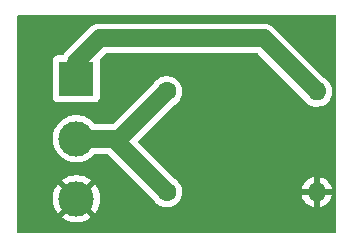
<source format=gbr>
%TF.GenerationSoftware,KiCad,Pcbnew,9.0.1*%
%TF.CreationDate,2025-05-02T23:13:34-05:00*%
%TF.ProjectId,Divisor pcb,44697669-736f-4722-9070-63622e6b6963,rev?*%
%TF.SameCoordinates,Original*%
%TF.FileFunction,Copper,L2,Bot*%
%TF.FilePolarity,Positive*%
%FSLAX46Y46*%
G04 Gerber Fmt 4.6, Leading zero omitted, Abs format (unit mm)*
G04 Created by KiCad (PCBNEW 9.0.1) date 2025-05-02 23:13:34*
%MOMM*%
%LPD*%
G01*
G04 APERTURE LIST*
%TA.AperFunction,ComponentPad*%
%ADD10R,3.000000X3.000000*%
%TD*%
%TA.AperFunction,ComponentPad*%
%ADD11C,3.000000*%
%TD*%
%TA.AperFunction,ComponentPad*%
%ADD12C,1.600000*%
%TD*%
%TA.AperFunction,ComponentPad*%
%ADD13O,1.600000X1.600000*%
%TD*%
%TA.AperFunction,Conductor*%
%ADD14C,1.500000*%
%TD*%
G04 APERTURE END LIST*
D10*
%TO.P,J1,1,Pin_1*%
%TO.N,5V*%
X134000000Y-86420000D03*
D11*
%TO.P,J1,2,Pin_2*%
%TO.N,Net-(J1-Pin_2)*%
X134000000Y-91500000D03*
%TO.P,J1,3,Pin_3*%
%TO.N,Earth*%
X134000000Y-96580000D03*
%TD*%
D12*
%TO.P,R2,1*%
%TO.N,Net-(J1-Pin_2)*%
X141650000Y-96000000D03*
D13*
%TO.P,R2,2*%
%TO.N,Earth*%
X154350000Y-96000000D03*
%TD*%
D12*
%TO.P,R1,1*%
%TO.N,Net-(J1-Pin_2)*%
X141650000Y-87500000D03*
D13*
%TO.P,R1,2*%
%TO.N,5V*%
X154350000Y-87500000D03*
%TD*%
D14*
%TO.N,Net-(J1-Pin_2)*%
X137150000Y-91500000D02*
X141650000Y-96000000D01*
X134000000Y-91500000D02*
X137150000Y-91500000D01*
X137650000Y-91500000D02*
X141650000Y-87500000D01*
X134000000Y-91500000D02*
X137650000Y-91500000D01*
%TO.N,5V*%
X149850000Y-83000000D02*
X154350000Y-87500000D01*
X136000000Y-83000000D02*
X149850000Y-83000000D01*
X134000000Y-85000000D02*
X136000000Y-83000000D01*
X134000000Y-86420000D02*
X134000000Y-85000000D01*
%TD*%
%TA.AperFunction,Conductor*%
%TO.N,Earth*%
G36*
X155943039Y-81019685D02*
G01*
X155988794Y-81072489D01*
X156000000Y-81124000D01*
X156000000Y-99376000D01*
X155980315Y-99443039D01*
X155927511Y-99488794D01*
X155876000Y-99500000D01*
X129124000Y-99500000D01*
X129056961Y-99480315D01*
X129011206Y-99427511D01*
X129000000Y-99376000D01*
X129000000Y-96448905D01*
X132000000Y-96448905D01*
X132000000Y-96711094D01*
X132034220Y-96971009D01*
X132034222Y-96971020D01*
X132102075Y-97224255D01*
X132202404Y-97466471D01*
X132202409Y-97466482D01*
X132333488Y-97693516D01*
X132333494Y-97693524D01*
X132420080Y-97806365D01*
X133314767Y-96911677D01*
X133326497Y-96939995D01*
X133409670Y-97064472D01*
X133515528Y-97170330D01*
X133640005Y-97253503D01*
X133668320Y-97265231D01*
X132773633Y-98159917D01*
X132773633Y-98159918D01*
X132886475Y-98246505D01*
X132886483Y-98246511D01*
X133113517Y-98377590D01*
X133113528Y-98377595D01*
X133355744Y-98477924D01*
X133608979Y-98545777D01*
X133608990Y-98545779D01*
X133868905Y-98579999D01*
X133868920Y-98580000D01*
X134131080Y-98580000D01*
X134131094Y-98579999D01*
X134391009Y-98545779D01*
X134391020Y-98545777D01*
X134644255Y-98477924D01*
X134886471Y-98377595D01*
X134886482Y-98377590D01*
X135113516Y-98246511D01*
X135113534Y-98246499D01*
X135226365Y-98159919D01*
X135226365Y-98159917D01*
X134331679Y-97265231D01*
X134359995Y-97253503D01*
X134484472Y-97170330D01*
X134590330Y-97064472D01*
X134673503Y-96939995D01*
X134685231Y-96911679D01*
X135579917Y-97806365D01*
X135579919Y-97806365D01*
X135666499Y-97693534D01*
X135666511Y-97693516D01*
X135797590Y-97466482D01*
X135797595Y-97466471D01*
X135897924Y-97224255D01*
X135965777Y-96971020D01*
X135965779Y-96971009D01*
X135999999Y-96711094D01*
X136000000Y-96711080D01*
X136000000Y-96448919D01*
X135999999Y-96448905D01*
X135965779Y-96188990D01*
X135965777Y-96188979D01*
X135897924Y-95935744D01*
X135797595Y-95693528D01*
X135797590Y-95693517D01*
X135666511Y-95466483D01*
X135666505Y-95466475D01*
X135579918Y-95353633D01*
X135579917Y-95353633D01*
X134685231Y-96248320D01*
X134673503Y-96220005D01*
X134590330Y-96095528D01*
X134484472Y-95989670D01*
X134359995Y-95906497D01*
X134331677Y-95894767D01*
X135226365Y-95000080D01*
X135113524Y-94913494D01*
X135113516Y-94913488D01*
X134886482Y-94782409D01*
X134886471Y-94782404D01*
X134644255Y-94682075D01*
X134391020Y-94614222D01*
X134391009Y-94614220D01*
X134131094Y-94580000D01*
X133868905Y-94580000D01*
X133608990Y-94614220D01*
X133608979Y-94614222D01*
X133355744Y-94682075D01*
X133113528Y-94782404D01*
X133113517Y-94782409D01*
X132886471Y-94913496D01*
X132773633Y-95000079D01*
X132773633Y-95000080D01*
X133668321Y-95894768D01*
X133640005Y-95906497D01*
X133515528Y-95989670D01*
X133409670Y-96095528D01*
X133326497Y-96220005D01*
X133314768Y-96248321D01*
X132420080Y-95353633D01*
X132420079Y-95353633D01*
X132333496Y-95466471D01*
X132202409Y-95693517D01*
X132202404Y-95693528D01*
X132102075Y-95935744D01*
X132034222Y-96188979D01*
X132034220Y-96188990D01*
X132000000Y-96448905D01*
X129000000Y-96448905D01*
X129000000Y-91368872D01*
X131999500Y-91368872D01*
X131999500Y-91631127D01*
X132015151Y-91750000D01*
X132033730Y-91891116D01*
X132101602Y-92144418D01*
X132101605Y-92144428D01*
X132201953Y-92386690D01*
X132201958Y-92386700D01*
X132333075Y-92613803D01*
X132492718Y-92821851D01*
X132492726Y-92821860D01*
X132678140Y-93007274D01*
X132678148Y-93007281D01*
X132886196Y-93166924D01*
X133113299Y-93298041D01*
X133113309Y-93298046D01*
X133355571Y-93398394D01*
X133355581Y-93398398D01*
X133608884Y-93466270D01*
X133868880Y-93500500D01*
X133868887Y-93500500D01*
X134131113Y-93500500D01*
X134131120Y-93500500D01*
X134391116Y-93466270D01*
X134644419Y-93398398D01*
X134886697Y-93298043D01*
X135113803Y-93166924D01*
X135321851Y-93007282D01*
X135321855Y-93007277D01*
X135321860Y-93007274D01*
X135507274Y-92821860D01*
X135507275Y-92821857D01*
X135507282Y-92821851D01*
X135524808Y-92799011D01*
X135581237Y-92757810D01*
X135623182Y-92750500D01*
X136580664Y-92750500D01*
X136647703Y-92770185D01*
X136668345Y-92786819D01*
X140497413Y-96615887D01*
X140520216Y-96647272D01*
X140537713Y-96681611D01*
X140658028Y-96847213D01*
X140802786Y-96991971D01*
X140957749Y-97104556D01*
X140968390Y-97112287D01*
X141082306Y-97170330D01*
X141150776Y-97205218D01*
X141150778Y-97205218D01*
X141150781Y-97205220D01*
X141209365Y-97224255D01*
X141345465Y-97268477D01*
X141446557Y-97284488D01*
X141547648Y-97300500D01*
X141547649Y-97300500D01*
X141752351Y-97300500D01*
X141752352Y-97300500D01*
X141954534Y-97268477D01*
X142149219Y-97205220D01*
X142331610Y-97112287D01*
X142424590Y-97044732D01*
X142497213Y-96991971D01*
X142497215Y-96991968D01*
X142497219Y-96991966D01*
X142641966Y-96847219D01*
X142641968Y-96847215D01*
X142641971Y-96847213D01*
X142694732Y-96774590D01*
X142762287Y-96681610D01*
X142855220Y-96499219D01*
X142918477Y-96304534D01*
X142950500Y-96102352D01*
X142950500Y-95897648D01*
X142927114Y-95750000D01*
X153073391Y-95750000D01*
X154034314Y-95750000D01*
X154029920Y-95754394D01*
X153977259Y-95845606D01*
X153950000Y-95947339D01*
X153950000Y-96052661D01*
X153977259Y-96154394D01*
X154029920Y-96245606D01*
X154034314Y-96250000D01*
X153073391Y-96250000D01*
X153082009Y-96304413D01*
X153145244Y-96499029D01*
X153238140Y-96681349D01*
X153358417Y-96846894D01*
X153358417Y-96846895D01*
X153503104Y-96991582D01*
X153668650Y-97111859D01*
X153850968Y-97204754D01*
X154045578Y-97267988D01*
X154100000Y-97276607D01*
X154100000Y-96315686D01*
X154104394Y-96320080D01*
X154195606Y-96372741D01*
X154297339Y-96400000D01*
X154402661Y-96400000D01*
X154504394Y-96372741D01*
X154595606Y-96320080D01*
X154600000Y-96315686D01*
X154600000Y-97276606D01*
X154654421Y-97267988D01*
X154849031Y-97204754D01*
X155031349Y-97111859D01*
X155196894Y-96991582D01*
X155196895Y-96991582D01*
X155341582Y-96846895D01*
X155341582Y-96846894D01*
X155461859Y-96681349D01*
X155554755Y-96499029D01*
X155617990Y-96304413D01*
X155626609Y-96250000D01*
X154665686Y-96250000D01*
X154670080Y-96245606D01*
X154722741Y-96154394D01*
X154750000Y-96052661D01*
X154750000Y-95947339D01*
X154722741Y-95845606D01*
X154670080Y-95754394D01*
X154665686Y-95750000D01*
X155626609Y-95750000D01*
X155617990Y-95695586D01*
X155554755Y-95500970D01*
X155461859Y-95318650D01*
X155341582Y-95153105D01*
X155341582Y-95153104D01*
X155196895Y-95008417D01*
X155031349Y-94888140D01*
X154849029Y-94795244D01*
X154654413Y-94732009D01*
X154600000Y-94723390D01*
X154600000Y-95684314D01*
X154595606Y-95679920D01*
X154504394Y-95627259D01*
X154402661Y-95600000D01*
X154297339Y-95600000D01*
X154195606Y-95627259D01*
X154104394Y-95679920D01*
X154100000Y-95684314D01*
X154100000Y-94723390D01*
X154045586Y-94732009D01*
X153850970Y-94795244D01*
X153668650Y-94888140D01*
X153503105Y-95008417D01*
X153503104Y-95008417D01*
X153358417Y-95153104D01*
X153358417Y-95153105D01*
X153238140Y-95318650D01*
X153145244Y-95500970D01*
X153082009Y-95695586D01*
X153073391Y-95750000D01*
X142927114Y-95750000D01*
X142918477Y-95695466D01*
X142855220Y-95500781D01*
X142855218Y-95500778D01*
X142855218Y-95500776D01*
X142762419Y-95318650D01*
X142762287Y-95318390D01*
X142754556Y-95307749D01*
X142641971Y-95152786D01*
X142497213Y-95008028D01*
X142331611Y-94887713D01*
X142297272Y-94870216D01*
X142265887Y-94847413D01*
X139256154Y-91837680D01*
X139222669Y-91776357D01*
X139227653Y-91706665D01*
X139256150Y-91662323D01*
X142265890Y-88652582D01*
X142297275Y-88629780D01*
X142331610Y-88612287D01*
X142497219Y-88491966D01*
X142641966Y-88347219D01*
X142641968Y-88347215D01*
X142641971Y-88347213D01*
X142694732Y-88274590D01*
X142762287Y-88181610D01*
X142855220Y-87999219D01*
X142918477Y-87804534D01*
X142950500Y-87602352D01*
X142950500Y-87397648D01*
X142918477Y-87195466D01*
X142855220Y-87000781D01*
X142855218Y-87000778D01*
X142855218Y-87000776D01*
X142788697Y-86870223D01*
X142762287Y-86818390D01*
X142754556Y-86807749D01*
X142641971Y-86652786D01*
X142497213Y-86508028D01*
X142331613Y-86387715D01*
X142331612Y-86387714D01*
X142331610Y-86387713D01*
X142252517Y-86347413D01*
X142149223Y-86294781D01*
X141954534Y-86231522D01*
X141779995Y-86203878D01*
X141752352Y-86199500D01*
X141547648Y-86199500D01*
X141523329Y-86203351D01*
X141345465Y-86231522D01*
X141150776Y-86294781D01*
X140968386Y-86387715D01*
X140802786Y-86508028D01*
X140658028Y-86652786D01*
X140537714Y-86818386D01*
X140520216Y-86852727D01*
X140497414Y-86884110D01*
X137168345Y-90213181D01*
X137107022Y-90246666D01*
X137080664Y-90249500D01*
X135623182Y-90249500D01*
X135556143Y-90229815D01*
X135524808Y-90200989D01*
X135523332Y-90199066D01*
X135507282Y-90178149D01*
X135507277Y-90178144D01*
X135507274Y-90178140D01*
X135321860Y-89992726D01*
X135321851Y-89992718D01*
X135113803Y-89833075D01*
X134886700Y-89701958D01*
X134886690Y-89701953D01*
X134644428Y-89601605D01*
X134644421Y-89601603D01*
X134644419Y-89601602D01*
X134391116Y-89533730D01*
X134333339Y-89526123D01*
X134131127Y-89499500D01*
X134131120Y-89499500D01*
X133868880Y-89499500D01*
X133868872Y-89499500D01*
X133637772Y-89529926D01*
X133608884Y-89533730D01*
X133355581Y-89601602D01*
X133355571Y-89601605D01*
X133113309Y-89701953D01*
X133113299Y-89701958D01*
X132886196Y-89833075D01*
X132678148Y-89992718D01*
X132492718Y-90178148D01*
X132333075Y-90386196D01*
X132201958Y-90613299D01*
X132201953Y-90613309D01*
X132101605Y-90855571D01*
X132101602Y-90855581D01*
X132033730Y-91108885D01*
X131999500Y-91368872D01*
X129000000Y-91368872D01*
X129000000Y-84872135D01*
X131999500Y-84872135D01*
X131999500Y-87967870D01*
X131999501Y-87967876D01*
X132005908Y-88027483D01*
X132056202Y-88162328D01*
X132056206Y-88162335D01*
X132142452Y-88277544D01*
X132142455Y-88277547D01*
X132257664Y-88363793D01*
X132257671Y-88363797D01*
X132392517Y-88414091D01*
X132392516Y-88414091D01*
X132399444Y-88414835D01*
X132452127Y-88420500D01*
X135547872Y-88420499D01*
X135607483Y-88414091D01*
X135742331Y-88363796D01*
X135857546Y-88277546D01*
X135943796Y-88162331D01*
X135994091Y-88027483D01*
X136000500Y-87967873D01*
X136000499Y-84872128D01*
X135996730Y-84837067D01*
X136009137Y-84768308D01*
X136032336Y-84736136D01*
X136481655Y-84286819D01*
X136542978Y-84253334D01*
X136569336Y-84250500D01*
X149280664Y-84250500D01*
X149347703Y-84270185D01*
X149368345Y-84286819D01*
X153197413Y-88115887D01*
X153220216Y-88147272D01*
X153237713Y-88181611D01*
X153358028Y-88347213D01*
X153502786Y-88491971D01*
X153657749Y-88604556D01*
X153668390Y-88612287D01*
X153784607Y-88671503D01*
X153850776Y-88705218D01*
X153850778Y-88705218D01*
X153850781Y-88705220D01*
X153955137Y-88739127D01*
X154045465Y-88768477D01*
X154146557Y-88784488D01*
X154247648Y-88800500D01*
X154247649Y-88800500D01*
X154452351Y-88800500D01*
X154452352Y-88800500D01*
X154654534Y-88768477D01*
X154849219Y-88705220D01*
X155031610Y-88612287D01*
X155124590Y-88544732D01*
X155197213Y-88491971D01*
X155197215Y-88491968D01*
X155197219Y-88491966D01*
X155341966Y-88347219D01*
X155341968Y-88347215D01*
X155341971Y-88347213D01*
X155394732Y-88274590D01*
X155462287Y-88181610D01*
X155555220Y-87999219D01*
X155618477Y-87804534D01*
X155650500Y-87602352D01*
X155650500Y-87397648D01*
X155618477Y-87195466D01*
X155555220Y-87000781D01*
X155555218Y-87000778D01*
X155555218Y-87000776D01*
X155488697Y-86870223D01*
X155462287Y-86818390D01*
X155454556Y-86807749D01*
X155341971Y-86652786D01*
X155197213Y-86508028D01*
X155031611Y-86387713D01*
X154997272Y-86370216D01*
X154965887Y-86347413D01*
X150664648Y-82046174D01*
X150664646Y-82046172D01*
X150505405Y-81930476D01*
X150330030Y-81841117D01*
X150142826Y-81780290D01*
X149948422Y-81749500D01*
X149948417Y-81749500D01*
X136098416Y-81749500D01*
X135901583Y-81749500D01*
X135901578Y-81749500D01*
X135707173Y-81780290D01*
X135519969Y-81841117D01*
X135344594Y-81930476D01*
X135253741Y-81996485D01*
X135185354Y-82046172D01*
X135185352Y-82046174D01*
X135185351Y-82046174D01*
X133046174Y-84185351D01*
X133046169Y-84185357D01*
X132930478Y-84344592D01*
X132930474Y-84344598D01*
X132926803Y-84351803D01*
X132878825Y-84402595D01*
X132816322Y-84419500D01*
X132452130Y-84419500D01*
X132452123Y-84419501D01*
X132392516Y-84425908D01*
X132257671Y-84476202D01*
X132257664Y-84476206D01*
X132142455Y-84562452D01*
X132142452Y-84562455D01*
X132056206Y-84677664D01*
X132056202Y-84677671D01*
X132005908Y-84812517D01*
X131999501Y-84872116D01*
X131999500Y-84872135D01*
X129000000Y-84872135D01*
X129000000Y-81124000D01*
X129019685Y-81056961D01*
X129072489Y-81011206D01*
X129124000Y-81000000D01*
X155876000Y-81000000D01*
X155943039Y-81019685D01*
G37*
%TD.AperFunction*%
%TD*%
M02*

</source>
